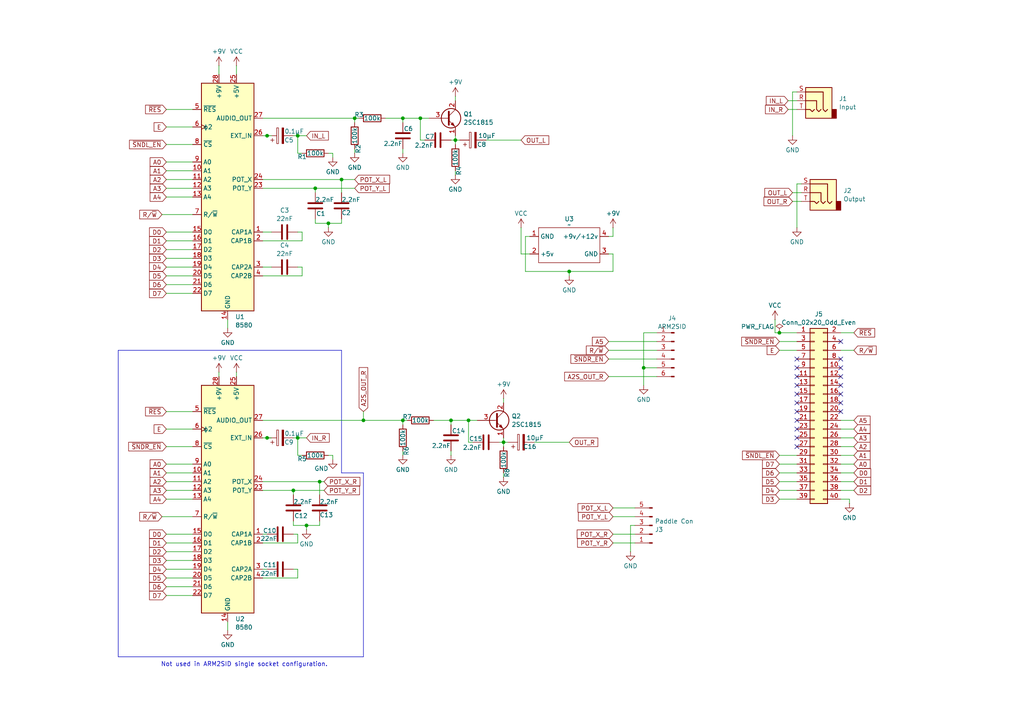
<source format=kicad_sch>
(kicad_sch (version 20231120) (generator "eeschema") (generator_version "8.0")
  (paper "A4")
  (title_block (title "Audio Expansion Bord") (date "2024-06-30") (rev "A0") (company "Sperly Retro Electronics") (comment 9 "Routed By Eric Lind"))
  (lib_symbols
    (symbol "65xx-library:8580"
      (property "Reference" "U" (at 5.08 38.1 0))
      (property "Value" "8580" (at 5.08 35.56 0))
      (symbol "8580_1_1"
        (pin passive line (at 10.16 -10.16 180) (length 2.54) (name "CAP1A") (number "1"))
        (pin input line (at -10.16 7.62 0) (length 2.54) (name "A1") (number "10"))
        (pin input line (at -10.16 5.08 0) (length 2.54) (name "A2") (number "11"))
        (pin input line (at -10.16 2.54 0) (length 2.54) (name "A3") (number "12"))
        (pin input line (at -10.16 0 0) (length 2.54) (name "A4") (number "13"))
        (pin power_in line (at 0 -35.56 90) (length 2.54) (name "GND") (number "14"))
        (pin bidirectional line (at -10.16 -10.16 0) (length 2.54) (name "D0") (number "15"))
        (pin bidirectional line (at -10.16 -12.7 0) (length 2.54) (name "D1") (number "16"))
        (pin bidirectional line (at -10.16 -15.24 0) (length 2.54) (name "D2") (number "17"))
        (pin bidirectional line (at -10.16 -17.78 0) (length 2.54) (name "D3") (number "18"))
        (pin bidirectional line (at -10.16 -20.32 0) (length 2.54) (name "D4") (number "19"))
        (pin passive line (at 10.16 -12.7 180) (length 2.54) (name "CAP1B") (number "2"))
        (pin bidirectional line (at -10.16 -22.86 0) (length 2.54) (name "D5") (number "20"))
        (pin bidirectional line (at -10.16 -25.4 0) (length 2.54) (name "D6") (number "21"))
        (pin bidirectional line (at -10.16 -27.94 0) (length 2.54) (name "D7") (number "22"))
        (pin input line (at 10.16 2.54 180) (length 2.54) (name "POT_Y") (number "23"))
        (pin input line (at 10.16 5.08 180) (length 2.54) (name "POT_X") (number "24"))
        (pin power_in line (at 2.54 35.56 270) (length 2.54) (name "+5V") (number "25"))
        (pin input line (at 10.16 17.78 180) (length 2.54) (name "EXT_IN") (number "26"))
        (pin output line (at 10.16 22.86 180) (length 2.54) (name "AUDIO_OUT") (number "27"))
        (pin power_in line (at -2.54 35.56 270) (length 2.54) (name "+9V") (number "28"))
        (pin passive line (at 10.16 -20.32 180) (length 2.54) (name "CAP2A") (number "3"))
        (pin passive line (at 10.16 -22.86 180) (length 2.54) (name "CAP2B") (number "4"))
        (pin input line (at -10.16 25.4 0) (length 2.54) (name "~{RES}") (number "5"))
        (pin input clock (at -10.16 20.32 0) (length 2.54) (name "ϕ2") (number "6"))
        (pin input line (at -10.16 -5.08 0) (length 2.54) (name "R/~{W}") (number "7"))
        (pin input line (at -10.16 15.24 0) (length 2.54) (name "~{CS}") (number "8"))
        (pin input line (at -10.16 10.16 0) (length 2.54) (name "A0") (number "9"))
      )
    )
    (symbol "Connector:Conn_01x05_Pin" (pin_names (offset 1.016) hide)
      (property "Reference" "J" (at 0 7.62 0))
      (property "Value" "Conn_01x05_Pin" (at 0 -7.62 0))
      (symbol "Conn_01x05_Pin_1_1"
        (pin passive line (at 5.08 5.08 180) (length 3.81) (name "Pin_1") (number "1"))
        (pin passive line (at 5.08 2.54 180) (length 3.81) (name "Pin_2") (number "2"))
        (pin passive line (at 5.08 0 180) (length 3.81) (name "Pin_3") (number "3"))
        (pin passive line (at 5.08 -2.54 180) (length 3.81) (name "Pin_4") (number "4"))
        (pin passive line (at 5.08 -5.08 180) (length 3.81) (name "Pin_5") (number "5"))
      )
    )
    (symbol "Connector:Conn_01x06_Pin" (pin_names (offset 1.016) hide)
      (property "Reference" "J" (at 0 7.62 0))
      (property "Value" "Conn_01x06_Pin" (at 0 -10.16 0))
      (symbol "Conn_01x06_Pin_1_1"
        (pin passive line (at 5.08 5.08 180) (length 3.81) (name "Pin_1") (number "1"))
        (pin passive line (at 5.08 2.54 180) (length 3.81) (name "Pin_2") (number "2"))
        (pin passive line (at 5.08 0 180) (length 3.81) (name "Pin_3") (number "3"))
        (pin passive line (at 5.08 -2.54 180) (length 3.81) (name "Pin_4") (number "4"))
        (pin passive line (at 5.08 -5.08 180) (length 3.81) (name "Pin_5") (number "5"))
        (pin passive line (at 5.08 -7.62 180) (length 3.81) (name "Pin_6") (number "6"))
      )
    )
    (symbol "Connector_Audio:AudioJack3"
      (property "Reference" "J" (at 0 8.89 0))
      (property "Value" "AudioJack3" (at 0 6.35 0))
      (symbol "AudioJack3_1_1"
        (pin passive line (at 5.08 0 180) (length 2.54) (name "~") (number "R"))
        (pin passive line (at 5.08 2.54 180) (length 2.54) (name "~") (number "S"))
        (pin passive line (at 5.08 -2.54 180) (length 2.54) (name "~") (number "T"))
      )
    )
    (symbol "Connector_Generic:Conn_02x20_Odd_Even" (pin_names (offset 1.016) hide)
      (property "Reference" "J" (at 1.27 25.4 0))
      (property "Value" "Conn_02x20_Odd_Even" (at 1.27 -27.94 0))
      (symbol "Conn_02x20_Odd_Even_1_1"
        (pin passive line (at -5.08 22.86 0) (length 3.81) (name "Pin_1") (number "1"))
        (pin passive line (at 7.62 12.7 180) (length 3.81) (name "Pin_10") (number "10"))
        (pin passive line (at -5.08 10.16 0) (length 3.81) (name "Pin_11") (number "11"))
        (pin passive line (at 7.62 10.16 180) (length 3.81) (name "Pin_12") (number "12"))
        (pin passive line (at -5.08 7.62 0) (length 3.81) (name "Pin_13") (number "13"))
        (pin passive line (at 7.62 7.62 180) (length 3.81) (name "Pin_14") (number "14"))
        (pin passive line (at -5.08 5.08 0) (length 3.81) (name "Pin_15") (number "15"))
        (pin passive line (at 7.62 5.08 180) (length 3.81) (name "Pin_16") (number "16"))
        (pin passive line (at -5.08 2.54 0) (length 3.81) (name "Pin_17") (number "17"))
        (pin passive line (at 7.62 2.54 180) (length 3.81) (name "Pin_18") (number "18"))
        (pin passive line (at -5.08 0 0) (length 3.81) (name "Pin_19") (number "19"))
        (pin passive line (at 7.62 22.86 180) (length 3.81) (name "Pin_2") (number "2"))
        (pin passive line (at 7.62 0 180) (length 3.81) (name "Pin_20") (number "20"))
        (pin passive line (at -5.08 -2.54 0) (length 3.81) (name "Pin_21") (number "21"))
        (pin passive line (at 7.62 -2.54 180) (length 3.81) (name "Pin_22") (number "22"))
        (pin passive line (at -5.08 -5.08 0) (length 3.81) (name "Pin_23") (number "23"))
        (pin passive line (at 7.62 -5.08 180) (length 3.81) (name "Pin_24") (number "24"))
        (pin passive line (at -5.08 -7.62 0) (length 3.81) (name "Pin_25") (number "25"))
        (pin passive line (at 7.62 -7.62 180) (length 3.81) (name "Pin_26") (number "26"))
        (pin passive line (at -5.08 -10.16 0) (length 3.81) (name "Pin_27") (number "27"))
        (pin passive line (at 7.62 -10.16 180) (length 3.81) (name "Pin_28") (number "28"))
        (pin passive line (at -5.08 -12.7 0) (length 3.81) (name "Pin_29") (number "29"))
        (pin passive line (at -5.08 20.32 0) (length 3.81) (name "Pin_3") (number "3"))
        (pin passive line (at 7.62 -12.7 180) (length 3.81) (name "Pin_30") (number "30"))
        (pin passive line (at -5.08 -15.24 0) (length 3.81) (name "Pin_31") (number "31"))
        (pin passive line (at 7.62 -15.24 180) (length 3.81) (name "Pin_32") (number "32"))
        (pin passive line (at -5.08 -17.78 0) (length 3.81) (name "Pin_33") (number "33"))
        (pin passive line (at 7.62 -17.78 180) (length 3.81) (name "Pin_34") (number "34"))
        (pin passive line (at -5.08 -20.32 0) (length 3.81) (name "Pin_35") (number "35"))
        (pin passive line (at 7.62 -20.32 180) (length 3.81) (name "Pin_36") (number "36"))
        (pin passive line (at -5.08 -22.86 0) (length 3.81) (name "Pin_37") (number "37"))
        (pin passive line (at 7.62 -22.86 180) (length 3.81) (name "Pin_38") (number "38"))
        (pin passive line (at -5.08 -25.4 0) (length 3.81) (name "Pin_39") (number "39"))
        (pin passive line (at 7.62 20.32 180) (length 3.81) (name "Pin_4") (number "4"))
        (pin passive line (at 7.62 -25.4 180) (length 3.81) (name "Pin_40") (number "40"))
        (pin passive line (at -5.08 17.78 0) (length 3.81) (name "Pin_5") (number "5"))
        (pin passive line (at 7.62 17.78 180) (length 3.81) (name "Pin_6") (number "6"))
        (pin passive line (at -5.08 15.24 0) (length 3.81) (name "Pin_7") (number "7"))
        (pin passive line (at 7.62 15.24 180) (length 3.81) (name "Pin_8") (number "8"))
        (pin passive line (at -5.08 12.7 0) (length 3.81) (name "Pin_9") (number "9"))
      )
    )
    (symbol "Device:C" (pin_numbers hide) (pin_names (offset 0.254))
      (property "Reference" "C" (at 0.635 2.54 0))
      (property "Value" "C" (at 0.635 -2.54 0))
      (symbol "C_1_1"
        (pin passive line (at 0 3.81 270) (length 2.794) (name "~") (number "1"))
        (pin passive line (at 0 -3.81 90) (length 2.794) (name "~") (number "2"))
      )
    )
    (symbol "Device:C_Polarized" (pin_numbers hide) (pin_names (offset 0.254))
      (property "Reference" "C" (at 0.635 2.54 0))
      (property "Value" "C_Polarized" (at 0.635 -2.54 0))
      (symbol "C_Polarized_1_1"
        (pin passive line (at 0 3.81 270) (length 2.794) (name "~") (number "1"))
        (pin passive line (at 0 -3.81 90) (length 2.794) (name "~") (number "2"))
      )
    )
    (symbol "Device:R" (pin_numbers hide) (pin_names (offset 0))
      (property "Reference" "R" (at 2.032 0 90))
      (property "Value" "R" (at 0 0 90))
      (symbol "R_1_1"
        (pin passive line (at 0 3.81 270) (length 1.27) (name "~") (number "1"))
        (pin passive line (at 0 -3.81 90) (length 1.27) (name "~") (number "2"))
      )
    )
    (symbol "StepUp:StepupConverter"
      (property "Reference" "U3" (at 0 17.7715 0))
      (property "Value" "~" (at 0 16.0901 0))
      (symbol "StepupConverter_1_1"
        (pin power_in line (at -11.43 12.7 0) (length 2.54) (name "GND") (number "1"))
        (pin power_in line (at -11.43 7.62 0) (length 2.54) (name "+5v") (number "2"))
        (pin power_out line (at 11.43 7.62 180) (length 2.54) (name "GND") (number "3"))
        (pin power_out line (at 11.43 12.7 180) (length 2.54) (name "+9v/+12v") (number "4"))
      )
    )
    (symbol "Transistor_BJT:2SC1815" (pin_names (offset 0) hide)
      (property "Reference" "Q" (at 5.08 1.905 0))
      (property "Value" "2SC1815" (at 5.08 0 0))
      (symbol "2SC1815_1_1"
        (pin passive line (at 2.54 -5.08 90) (length 2.54) (name "E") (number "1"))
        (pin passive line (at 2.54 5.08 270) (length 2.54) (name "C") (number "2"))
        (pin input line (at -5.08 0 0) (length 5.08) (name "B") (number "3"))
      )
    )
    (symbol "power:+9V" (power) (pin_numbers hide) (pin_names (offset 0) hide)
      (property "Value" "+9V" (at 0 3.556 0))
      (symbol "+9V_1_1"
        (pin power_in line (at 0 0 90) (length 0) (name "~") (number "1"))
      )
    )
    (symbol "power:GND" (power) (pin_numbers hide) (pin_names (offset 0) hide)
      (property "Value" "GND" (at 0 -3.81 0))
      (symbol "GND_1_1"
        (pin power_in line (at 0 0 270) (length 0) (name "~") (number "1"))
      )
    )
    (symbol "power:PWR_FLAG" (power) (pin_numbers hide) (pin_names (offset 0) hide)
      (property "Value" "PWR_FLAG" (at 0 3.81 0))
      (symbol "PWR_FLAG_0_0"
        (pin power_out line (at 0 0 90) (length 0) (name "~") (number "1"))
      )
    )
    (symbol "power:VCC" (power) (pin_numbers hide) (pin_names (offset 0) hide)
      (property "Value" "VCC" (at 0 3.556 0))
      (symbol "VCC_1_1"
        (pin power_in line (at 0 0 90) (length 0) (name "~") (number "1"))
      )
    )
  )
  (junction (at 99.06 52.07))
  (junction (at 132.08 40.64))
  (junction (at 186.69 106.68))
  (junction (at 77.47 127))
  (junction (at 88.9 152.4))
  (junction (at 92.71 139.7))
  (junction (at 121.92 34.29))
  (junction (at 165.1 78.74))
  (junction (at 91.44 54.61))
  (junction (at 130.81 121.92))
  (junction (at 135.89 121.92))
  (junction (at 146.05 128.27))
  (junction (at 116.84 34.29))
  (junction (at 102.87 34.29))
  (junction (at 86.36 127))
  (junction (at 77.47 39.37))
  (junction (at 95.25 64.77))
  (junction (at 105.41 121.92))
  (junction (at 116.84 121.92))
  (junction (at 85.09 142.24))
  (junction (at 226.06 96.52))
  (junction (at 86.36 39.37))
  (no_connect (at 231.14 121.92))
  (no_connect (at 243.84 119.38))
  (no_connect (at 231.14 119.38))
  (no_connect (at 243.84 114.3))
  (no_connect (at 243.84 99.06))
  (no_connect (at 231.14 104.14))
  (no_connect (at 231.14 111.76))
  (no_connect (at 243.84 109.22))
  (no_connect (at 243.84 106.68))
  (no_connect (at 231.14 116.84))
  (no_connect (at 231.14 129.54))
  (no_connect (at 231.14 114.3))
  (no_connect (at 243.84 111.76))
  (no_connect (at 231.14 109.22))
  (no_connect (at 243.84 116.84))
  (no_connect (at 231.14 124.46))
  (no_connect (at 243.84 104.14))
  (no_connect (at 231.14 127))
  (no_connect (at 231.14 106.68))
  (wire (pts (xy 130.81 121.92) (xy 130.81 123.19)))
  (wire (pts (xy 85.09 39.37) (xy 86.36 39.37)))
  (wire (pts (xy 76.2 34.29) (xy 102.87 34.29)))
  (wire (pts (xy 95.25 64.77) (xy 99.06 64.77)))
  (wire (pts (xy 226.06 139.7) (xy 231.14 139.7)))
  (wire (pts (xy 132.08 40.64) (xy 133.35 40.64)))
  (wire (pts (xy 176.53 104.14) (xy 190.5 104.14)))
  (wire (pts (xy 96.52 44.45) (xy 96.52 45.72)))
  (wire (pts (xy 48.26 52.07) (xy 55.88 52.07)))
  (wire (pts (xy 228.6 29.21) (xy 231.14 29.21)))
  (wire (pts (xy 137.16 128.27) (xy 135.89 128.27)))
  (wire (pts (xy 48.26 124.46) (xy 55.88 124.46)))
  (wire (pts (xy 48.26 67.31) (xy 55.88 67.31)))
  (wire (pts (xy 48.26 129.54) (xy 55.88 129.54)))
  (wire (pts (xy 182.88 152.4) (xy 182.88 160.02)))
  (wire (pts (xy 105.41 121.92) (xy 116.84 121.92)))
  (wire (pts (xy 111.76 34.29) (xy 116.84 34.29)))
  (wire (pts (xy 243.84 137.16) (xy 247.65 137.16)))
  (wire (pts (xy 232.41 53.34) (xy 231.14 53.34)))
  (wire (pts (xy 243.84 124.46) (xy 247.65 124.46)))
  (wire (pts (xy 91.44 63.5) (xy 91.44 64.77)))
  (wire (pts (xy 66.04 92.71) (xy 66.04 95.25)))
  (wire (pts (xy 48.26 74.93) (xy 55.88 74.93)))
  (wire (pts (xy 165.1 78.74) (xy 165.1 80.01)))
  (wire (pts (xy 76.2 54.61) (xy 91.44 54.61)))
  (wire (pts (xy 99.06 63.5) (xy 99.06 64.77)))
  (wire (pts (xy 66.04 180.34) (xy 66.04 182.88)))
  (wire (pts (xy 226.06 142.24) (xy 231.14 142.24)))
  (polyline (pts (xy 34.29 101.6) (xy 99.06 101.6)))
  (wire (pts (xy 95.25 132.08) (xy 96.52 132.08)))
  (wire (pts (xy 48.26 137.16) (xy 55.88 137.16)))
  (wire (pts (xy 76.2 39.37) (xy 77.47 39.37)))
  (wire (pts (xy 146.05 128.27) (xy 146.05 129.54)))
  (wire (pts (xy 121.92 40.64) (xy 121.92 34.29)))
  (wire (pts (xy 104.14 34.29) (xy 102.87 34.29)))
  (wire (pts (xy 76.2 139.7) (xy 92.71 139.7)))
  (wire (pts (xy 243.84 121.92) (xy 247.65 121.92)))
  (wire (pts (xy 48.26 31.75) (xy 55.88 31.75)))
  (wire (pts (xy 229.87 26.67) (xy 229.87 39.37)))
  (wire (pts (xy 48.26 72.39) (xy 55.88 72.39)))
  (polyline (pts (xy 99.06 137.16) (xy 99.06 101.6)))
  (wire (pts (xy 243.84 127) (xy 247.65 127)))
  (wire (pts (xy 76.2 127) (xy 77.47 127)))
  (wire (pts (xy 46.99 62.23) (xy 55.88 62.23)))
  (wire (pts (xy 226.06 96.52) (xy 224.79 96.52)))
  (wire (pts (xy 86.36 167.64) (xy 76.2 167.64)))
  (wire (pts (xy 229.87 58.42) (xy 232.41 58.42)))
  (wire (pts (xy 121.92 34.29) (xy 124.46 34.29)))
  (wire (pts (xy 146.05 115.57) (xy 146.05 116.84)))
  (wire (pts (xy 87.63 67.31) (xy 87.63 69.85)))
  (wire (pts (xy 146.05 128.27) (xy 147.32 128.27)))
  (wire (pts (xy 48.26 82.55) (xy 55.88 82.55)))
  (wire (pts (xy 231.14 26.67) (xy 229.87 26.67)))
  (wire (pts (xy 140.97 40.64) (xy 151.13 40.64)))
  (wire (pts (xy 92.71 151.13) (xy 92.71 152.4)))
  (wire (pts (xy 48.26 85.09) (xy 55.88 85.09)))
  (wire (pts (xy 76.2 69.85) (xy 87.63 69.85)))
  (wire (pts (xy 48.26 41.91) (xy 55.88 41.91)))
  (wire (pts (xy 48.26 69.85) (xy 55.88 69.85)))
  (wire (pts (xy 176.53 101.6) (xy 190.5 101.6)))
  (wire (pts (xy 152.4 68.58) (xy 152.4 78.74)))
  (wire (pts (xy 152.4 78.74) (xy 165.1 78.74)))
  (wire (pts (xy 48.26 165.1) (xy 55.88 165.1)))
  (wire (pts (xy 48.26 144.78) (xy 55.88 144.78)))
  (wire (pts (xy 48.26 134.62) (xy 55.88 134.62)))
  (wire (pts (xy 77.47 127) (xy 78.74 127)))
  (polyline (pts (xy 105.41 137.16) (xy 99.06 137.16)))
  (wire (pts (xy 48.26 157.48) (xy 55.88 157.48)))
  (wire (pts (xy 76.2 142.24) (xy 85.09 142.24)))
  (wire (pts (xy 92.71 139.7) (xy 93.98 139.7)))
  (wire (pts (xy 48.26 49.53) (xy 55.88 49.53)))
  (wire (pts (xy 229.87 55.88) (xy 232.41 55.88)))
  (wire (pts (xy 48.26 142.24) (xy 55.88 142.24)))
  (wire (pts (xy 48.26 154.94) (xy 55.88 154.94)))
  (wire (pts (xy 246.38 144.78) (xy 246.38 146.05)))
  (wire (pts (xy 85.09 142.24) (xy 93.98 142.24)))
  (wire (pts (xy 132.08 40.64) (xy 132.08 41.91)))
  (wire (pts (xy 177.8 78.74) (xy 165.1 78.74)))
  (wire (pts (xy 48.26 119.38) (xy 55.88 119.38)))
  (wire (pts (xy 176.53 109.22) (xy 190.5 109.22)))
  (wire (pts (xy 92.71 139.7) (xy 92.71 143.51)))
  (wire (pts (xy 63.5 19.05) (xy 63.5 21.59)))
  (wire (pts (xy 176.53 99.06) (xy 190.5 99.06)))
  (wire (pts (xy 116.84 130.81) (xy 116.84 132.08)))
  (wire (pts (xy 132.08 49.53) (xy 132.08 50.8)))
  (wire (pts (xy 46.99 149.86) (xy 55.88 149.86)))
  (wire (pts (xy 190.5 106.68) (xy 186.69 106.68)))
  (wire (pts (xy 96.52 132.08) (xy 96.52 133.35)))
  (wire (pts (xy 243.84 101.6) (xy 247.65 101.6)))
  (wire (pts (xy 99.06 52.07) (xy 99.06 55.88)))
  (wire (pts (xy 186.69 106.68) (xy 186.69 111.76)))
  (wire (pts (xy 91.44 64.77) (xy 95.25 64.77)))
  (wire (pts (xy 116.84 34.29) (xy 116.84 35.56)))
  (wire (pts (xy 85.09 142.24) (xy 85.09 143.51)))
  (wire (pts (xy 102.87 43.18) (xy 102.87 44.45)))
  (polyline (pts (xy 34.29 101.6) (xy 34.29 190.5)))
  (wire (pts (xy 87.63 80.01) (xy 76.2 80.01)))
  (wire (pts (xy 95.25 44.45) (xy 96.52 44.45)))
  (wire (pts (xy 85.09 152.4) (xy 88.9 152.4)))
  (wire (pts (xy 125.73 121.92) (xy 130.81 121.92)))
  (wire (pts (xy 243.84 129.54) (xy 247.65 129.54)))
  (wire (pts (xy 48.26 54.61) (xy 55.88 54.61)))
  (wire (pts (xy 48.26 46.99) (xy 55.88 46.99)))
  (wire (pts (xy 130.81 40.64) (xy 132.08 40.64)))
  (wire (pts (xy 85.09 154.94) (xy 86.36 154.94)))
  (wire (pts (xy 184.15 152.4) (xy 182.88 152.4)))
  (wire (pts (xy 76.2 157.48) (xy 86.36 157.48)))
  (wire (pts (xy 177.8 149.86) (xy 184.15 149.86)))
  (wire (pts (xy 48.26 139.7) (xy 55.88 139.7)))
  (wire (pts (xy 226.06 137.16) (xy 231.14 137.16)))
  (wire (pts (xy 116.84 121.92) (xy 116.84 123.19)))
  (wire (pts (xy 95.25 64.77) (xy 95.25 66.04)))
  (wire (pts (xy 48.26 167.64) (xy 55.88 167.64)))
  (wire (pts (xy 91.44 54.61) (xy 102.87 54.61)))
  (wire (pts (xy 226.06 134.62) (xy 231.14 134.62)))
  (wire (pts (xy 177.8 154.94) (xy 184.15 154.94)))
  (wire (pts (xy 76.2 121.92) (xy 105.41 121.92)))
  (wire (pts (xy 116.84 34.29) (xy 121.92 34.29)))
  (wire (pts (xy 146.05 127) (xy 146.05 128.27)))
  (wire (pts (xy 226.06 144.78) (xy 231.14 144.78)))
  (wire (pts (xy 177.8 147.32) (xy 184.15 147.32)))
  (wire (pts (xy 226.06 99.06) (xy 231.14 99.06)))
  (wire (pts (xy 48.26 170.18) (xy 55.88 170.18)))
  (wire (pts (xy 151.13 73.66) (xy 151.13 66.04)))
  (wire (pts (xy 48.26 172.72) (xy 55.88 172.72)))
  (wire (pts (xy 88.9 152.4) (xy 92.71 152.4)))
  (wire (pts (xy 177.8 73.66) (xy 177.8 78.74)))
  (wire (pts (xy 68.58 19.05) (xy 68.58 21.59)))
  (wire (pts (xy 105.41 119.38) (xy 105.41 121.92)))
  (wire (pts (xy 243.84 139.7) (xy 247.65 139.7)))
  (wire (pts (xy 243.84 134.62) (xy 247.65 134.62)))
  (wire (pts (xy 118.11 121.92) (xy 116.84 121.92)))
  (wire (pts (xy 77.47 39.37) (xy 78.74 39.37)))
  (wire (pts (xy 243.84 96.52) (xy 247.65 96.52)))
  (wire (pts (xy 146.05 137.16) (xy 146.05 138.43)))
  (wire (pts (xy 86.36 165.1) (xy 86.36 167.64)))
  (wire (pts (xy 76.2 67.31) (xy 78.74 67.31)))
  (wire (pts (xy 88.9 152.4) (xy 88.9 153.67)))
  (wire (pts (xy 228.6 31.75) (xy 231.14 31.75)))
  (wire (pts (xy 176.53 68.58) (xy 177.8 68.58)))
  (wire (pts (xy 243.84 142.24) (xy 247.65 142.24)))
  (wire (pts (xy 243.84 132.08) (xy 247.65 132.08)))
  (wire (pts (xy 87.63 132.08) (xy 86.36 132.08)))
  (wire (pts (xy 132.08 27.94) (xy 132.08 29.21)))
  (wire (pts (xy 76.2 52.07) (xy 99.06 52.07)))
  (wire (pts (xy 48.26 57.15) (xy 55.88 57.15)))
  (wire (pts (xy 135.89 128.27) (xy 135.89 121.92)))
  (wire (pts (xy 86.36 44.45) (xy 86.36 39.37)))
  (wire (pts (xy 123.19 40.64) (xy 121.92 40.64)))
  (polyline (pts (xy 105.41 190.5) (xy 105.41 137.16)))
  (wire (pts (xy 176.53 73.66) (xy 177.8 73.66)))
  (wire (pts (xy 48.26 160.02) (xy 55.88 160.02)))
  (wire (pts (xy 91.44 54.61) (xy 91.44 55.88)))
  (wire (pts (xy 86.36 165.1) (xy 85.09 165.1)))
  (wire (pts (xy 135.89 121.92) (xy 138.43 121.92)))
  (wire (pts (xy 86.36 127) (xy 88.9 127)))
  (wire (pts (xy 224.79 96.52) (xy 224.79 92.71)))
  (wire (pts (xy 86.36 77.47) (xy 87.63 77.47)))
  (wire (pts (xy 116.84 43.18) (xy 116.84 44.45)))
  (wire (pts (xy 76.2 165.1) (xy 77.47 165.1)))
  (wire (pts (xy 48.26 77.47) (xy 55.88 77.47)))
  (wire (pts (xy 85.09 127) (xy 86.36 127)))
  (wire (pts (xy 85.09 151.13) (xy 85.09 152.4)))
  (wire (pts (xy 48.26 162.56) (xy 55.88 162.56)))
  (wire (pts (xy 153.67 68.58) (xy 152.4 68.58)))
  (wire (pts (xy 87.63 77.47) (xy 87.63 80.01)))
  (wire (pts (xy 231.14 53.34) (xy 231.14 66.04)))
  (wire (pts (xy 48.26 36.83) (xy 55.88 36.83)))
  (wire (pts (xy 68.58 107.95) (xy 68.58 109.22)))
  (wire (pts (xy 226.06 132.08) (xy 231.14 132.08)))
  (wire (pts (xy 177.8 157.48) (xy 184.15 157.48)))
  (wire (pts (xy 87.63 44.45) (xy 86.36 44.45)))
  (wire (pts (xy 76.2 77.47) (xy 78.74 77.47)))
  (wire (pts (xy 86.36 67.31) (xy 87.63 67.31)))
  (wire (pts (xy 86.36 39.37) (xy 88.9 39.37)))
  (wire (pts (xy 130.81 121.92) (xy 135.89 121.92)))
  (wire (pts (xy 154.94 128.27) (xy 165.1 128.27)))
  (wire (pts (xy 86.36 154.94) (xy 86.36 157.48)))
  (wire (pts (xy 190.5 96.52) (xy 186.69 96.52)))
  (wire (pts (xy 102.87 34.29) (xy 102.87 35.56)))
  (wire (pts (xy 226.06 101.6) (xy 231.14 101.6)))
  (wire (pts (xy 99.06 52.07) (xy 102.87 52.07)))
  (wire (pts (xy 144.78 128.27) (xy 146.05 128.27)))
  (wire (pts (xy 177.8 68.58) (xy 177.8 66.04)))
  (wire (pts (xy 63.5 107.95) (xy 63.5 109.22)))
  (wire (pts (xy 130.81 130.81) (xy 130.81 132.08)))
  (wire (pts (xy 186.69 96.52) (xy 186.69 106.68)))
  (wire (pts (xy 231.14 96.52) (xy 226.06 96.52)))
  (wire (pts (xy 132.08 39.37) (xy 132.08 40.64)))
  (wire (pts (xy 48.26 80.01) (xy 55.88 80.01)))
  (wire (pts (xy 76.2 154.94) (xy 77.47 154.94)))
  (polyline (pts (xy 34.29 190.5) (xy 105.41 190.5)))
  (wire (pts (xy 86.36 132.08) (xy 86.36 127)))
  (wire (pts (xy 243.84 144.78) (xy 246.38 144.78)))
  (wire (pts (xy 153.67 73.66) (xy 151.13 73.66)))
  (text "Not used in ARM2SID single socket configuration." (at 70.866 192.786 0) (effects (font (size 1.27 1.27))))
  (global_label "IN_L" (shape input) (at 88.9 39.37 0) (property "Intersheetrefs" "${INTERSHEET_REFS}" (effects (hide yes))))
  (global_label "E" (shape input) (at 48.26 36.83 180) (property "Intersheetrefs" "${INTERSHEET_REFS}" (effects (hide yes))))
  (global_label "OUT_R" (shape input) (at 229.87 58.42 180) (property "Intersheetrefs" "${INTERSHEET_REFS}" (effects (hide yes))))
  (global_label "~{RES}" (shape input) (at 48.26 119.38 180) (property "Intersheetrefs" "${INTERSHEET_REFS}" (effects (hide yes))))
  (global_label "A2S_OUT_R" (shape input) (at 105.41 119.38 90) (property "Intersheetrefs" "${INTERSHEET_REFS}" (effects (hide yes))))
  (global_label "IN_R" (shape input) (at 88.9 127 0) (property "Intersheetrefs" "${INTERSHEET_REFS}" (effects (hide yes))))
  (global_label "D1" (shape input) (at 247.65 139.7 0) (property "Intersheetrefs" "${INTERSHEET_REFS}" (effects (hide yes))))
  (global_label "D7" (shape input) (at 48.26 172.72 180) (property "Intersheetrefs" "${INTERSHEET_REFS}" (effects (hide yes))))
  (global_label "D3" (shape input) (at 226.06 144.78 180) (property "Intersheetrefs" "${INTERSHEET_REFS}" (effects (hide yes))))
  (global_label "A0" (shape input) (at 247.65 134.62 0) (property "Intersheetrefs" "${INTERSHEET_REFS}" (effects (hide yes))))
  (global_label "IN_R" (shape input) (at 228.6 31.75 180) (property "Intersheetrefs" "${INTERSHEET_REFS}" (effects (hide yes))))
  (global_label "D3" (shape input) (at 48.26 74.93 180) (property "Intersheetrefs" "${INTERSHEET_REFS}" (effects (hide yes))))
  (global_label "A2" (shape input) (at 48.26 139.7 180) (property "Intersheetrefs" "${INTERSHEET_REFS}" (effects (hide yes))))
  (global_label "E" (shape input) (at 48.26 124.46 180) (property "Intersheetrefs" "${INTERSHEET_REFS}" (effects (hide yes))))
  (global_label "~{SNDL_EN}" (shape input) (at 226.06 132.08 180) (property "Intersheetrefs" "${INTERSHEET_REFS}" (effects (hide yes))))
  (global_label "D5" (shape input) (at 48.26 167.64 180) (property "Intersheetrefs" "${INTERSHEET_REFS}" (effects (hide yes))))
  (global_label "A5" (shape input) (at 176.53 99.06 180) (property "Intersheetrefs" "${INTERSHEET_REFS}" (effects (hide yes))))
  (global_label "D7" (shape input) (at 48.26 85.09 180) (property "Intersheetrefs" "${INTERSHEET_REFS}" (effects (hide yes))))
  (global_label "IN_L" (shape input) (at 228.6 29.21 180) (property "Intersheetrefs" "${INTERSHEET_REFS}" (effects (hide yes))))
  (global_label "A5" (shape input) (at 247.65 121.92 0) (property "Intersheetrefs" "${INTERSHEET_REFS}" (effects (hide yes))))
  (global_label "~{RES}" (shape input) (at 48.26 31.75 180) (property "Intersheetrefs" "${INTERSHEET_REFS}" (effects (hide yes))))
  (global_label "D5" (shape input) (at 226.06 139.7 180) (property "Intersheetrefs" "${INTERSHEET_REFS}" (effects (hide yes))))
  (global_label "~{SNDL_EN}" (shape input) (at 48.26 41.91 180) (property "Intersheetrefs" "${INTERSHEET_REFS}" (effects (hide yes))))
  (global_label "D2" (shape input) (at 247.65 142.24 0) (property "Intersheetrefs" "${INTERSHEET_REFS}" (effects (hide yes))))
  (global_label "A1" (shape input) (at 247.65 132.08 0) (property "Intersheetrefs" "${INTERSHEET_REFS}" (effects (hide yes))))
  (global_label "POT_X_L" (shape input) (at 102.87 52.07 0) (property "Intersheetrefs" "${INTERSHEET_REFS}" (effects (hide yes))))
  (global_label "D2" (shape input) (at 48.26 72.39 180) (property "Intersheetrefs" "${INTERSHEET_REFS}" (effects (hide yes))))
  (global_label "A2" (shape input) (at 48.26 52.07 180) (property "Intersheetrefs" "${INTERSHEET_REFS}" (effects (hide yes))))
  (global_label "R{slash}~{W}" (shape input) (at 46.99 149.86 180) (property "Intersheetrefs" "${INTERSHEET_REFS}" (effects (hide yes))))
  (global_label "A3" (shape input) (at 48.26 142.24 180) (property "Intersheetrefs" "${INTERSHEET_REFS}" (effects (hide yes))))
  (global_label "~{SNDR_EN}" (shape input) (at 226.06 99.06 180) (property "Intersheetrefs" "${INTERSHEET_REFS}" (effects (hide yes))))
  (global_label "A4" (shape input) (at 48.26 144.78 180) (property "Intersheetrefs" "${INTERSHEET_REFS}" (effects (hide yes))))
  (global_label "A0" (shape input) (at 48.26 134.62 180) (property "Intersheetrefs" "${INTERSHEET_REFS}" (effects (hide yes))))
  (global_label "OUT_L" (shape input) (at 151.13 40.64 0) (property "Intersheetrefs" "${INTERSHEET_REFS}" (effects (hide yes))))
  (global_label "A4" (shape input) (at 247.65 124.46 0) (property "Intersheetrefs" "${INTERSHEET_REFS}" (effects (hide yes))))
  (global_label "OUT_L" (shape input) (at 229.87 55.88 180) (property "Intersheetrefs" "${INTERSHEET_REFS}" (effects (hide yes))))
  (global_label "OUT_R" (shape input) (at 165.1 128.27 0) (property "Intersheetrefs" "${INTERSHEET_REFS}" (effects (hide yes))))
  (global_label "~{RES}" (shape input) (at 247.65 96.52 0) (property "Intersheetrefs" "${INTERSHEET_REFS}" (effects (hide yes))))
  (global_label "POT_Y_L" (shape input) (at 177.8 149.86 180) (property "Intersheetrefs" "${INTERSHEET_REFS}" (effects (hide yes))))
  (global_label "A2S_OUT_R" (shape input) (at 176.53 109.22 180) (property "Intersheetrefs" "${INTERSHEET_REFS}" (effects (hide yes))))
  (global_label "D6" (shape input) (at 226.06 137.16 180) (property "Intersheetrefs" "${INTERSHEET_REFS}" (effects (hide yes))))
  (global_label "A1" (shape input) (at 48.26 137.16 180) (property "Intersheetrefs" "${INTERSHEET_REFS}" (effects (hide yes))))
  (global_label "D5" (shape input) (at 48.26 80.01 180) (property "Intersheetrefs" "${INTERSHEET_REFS}" (effects (hide yes))))
  (global_label "D2" (shape input) (at 48.26 160.02 180) (property "Intersheetrefs" "${INTERSHEET_REFS}" (effects (hide yes))))
  (global_label "POT_X_L" (shape input) (at 177.8 147.32 180) (property "Intersheetrefs" "${INTERSHEET_REFS}" (effects (hide yes))))
  (global_label "A1" (shape input) (at 48.26 49.53 180) (property "Intersheetrefs" "${INTERSHEET_REFS}" (effects (hide yes))))
  (global_label "D1" (shape input) (at 48.26 157.48 180) (property "Intersheetrefs" "${INTERSHEET_REFS}" (effects (hide yes))))
  (global_label "D4" (shape input) (at 226.06 142.24 180) (property "Intersheetrefs" "${INTERSHEET_REFS}" (effects (hide yes))))
  (global_label "POT_Y_R" (shape input) (at 177.8 157.48 180) (property "Intersheetrefs" "${INTERSHEET_REFS}" (effects (hide yes))))
  (global_label "A3" (shape input) (at 247.65 127 0) (property "Intersheetrefs" "${INTERSHEET_REFS}" (effects (hide yes))))
  (global_label "POT_X_R" (shape input) (at 93.98 139.7 0) (property "Intersheetrefs" "${INTERSHEET_REFS}" (effects (hide yes))))
  (global_label "D0" (shape input) (at 48.26 154.94 180) (property "Intersheetrefs" "${INTERSHEET_REFS}" (effects (hide yes))))
  (global_label "D3" (shape input) (at 48.26 162.56 180) (property "Intersheetrefs" "${INTERSHEET_REFS}" (effects (hide yes))))
  (global_label "D4" (shape input) (at 48.26 165.1 180) (property "Intersheetrefs" "${INTERSHEET_REFS}" (effects (hide yes))))
  (global_label "D6" (shape input) (at 48.26 170.18 180) (property "Intersheetrefs" "${INTERSHEET_REFS}" (effects (hide yes))))
  (global_label "R{slash}~{W}" (shape input) (at 46.99 62.23 180) (property "Intersheetrefs" "${INTERSHEET_REFS}" (effects (hide yes))))
  (global_label "D6" (shape input) (at 48.26 82.55 180) (property "Intersheetrefs" "${INTERSHEET_REFS}" (effects (hide yes))))
  (global_label "POT_Y_L" (shape input) (at 102.87 54.61 0) (property "Intersheetrefs" "${INTERSHEET_REFS}" (effects (hide yes))))
  (global_label "E" (shape input) (at 226.06 101.6 180) (property "Intersheetrefs" "${INTERSHEET_REFS}" (effects (hide yes))))
  (global_label "A2" (shape input) (at 247.65 129.54 0) (property "Intersheetrefs" "${INTERSHEET_REFS}" (effects (hide yes))))
  (global_label "POT_X_R" (shape input) (at 177.8 154.94 180) (property "Intersheetrefs" "${INTERSHEET_REFS}" (effects (hide yes))))
  (global_label "A4" (shape input) (at 48.26 57.15 180) (property "Intersheetrefs" "${INTERSHEET_REFS}" (effects (hide yes))))
  (global_label "R{slash}~{W}" (shape input) (at 247.65 101.6 0) (property "Intersheetrefs" "${INTERSHEET_REFS}" (effects (hide yes))))
  (global_label "D4" (shape input) (at 48.26 77.47 180) (property "Intersheetrefs" "${INTERSHEET_REFS}" (effects (hide yes))))
  (global_label "~{SNDR_EN}" (shape input) (at 176.53 104.14 180) (property "Intersheetrefs" "${INTERSHEET_REFS}" (effects (hide yes))))
  (global_label "D0" (shape input) (at 48.26 67.31 180) (property "Intersheetrefs" "${INTERSHEET_REFS}" (effects (hide yes))))
  (global_label "A3" (shape input) (at 48.26 54.61 180) (property "Intersheetrefs" "${INTERSHEET_REFS}" (effects (hide yes))))
  (global_label "D0" (shape input) (at 247.65 137.16 0) (property "Intersheetrefs" "${INTERSHEET_REFS}" (effects (hide yes))))
  (global_label "R{slash}~{W}" (shape input) (at 176.53 101.6 180) (property "Intersheetrefs" "${INTERSHEET_REFS}" (effects (hide yes))))
  (global_label "POT_Y_R" (shape input) (at 93.98 142.24 0) (property "Intersheetrefs" "${INTERSHEET_REFS}" (effects (hide yes))))
  (global_label "D7" (shape input) (at 226.06 134.62 180) (property "Intersheetrefs" "${INTERSHEET_REFS}" (effects (hide yes))))
  (global_label "D1" (shape input) (at 48.26 69.85 180) (property "Intersheetrefs" "${INTERSHEET_REFS}" (effects (hide yes))))
  (global_label "A0" (shape input) (at 48.26 46.99 180) (property "Intersheetrefs" "${INTERSHEET_REFS}" (effects (hide yes))))
  (global_label "~{SNDR_EN}" (shape input) (at 48.26 129.54 180) (property "Intersheetrefs" "${INTERSHEET_REFS}" (effects (hide yes))))
  (symbol (lib_id "power:GND") (at 116.84 44.45 0) (unit 1)
    (property "Reference" "#PWR08" (effects (hide yes)))
    (property "Value" "GND" (at 116.84 48.5831 0))
    (property "Description" "Power symbol creates a global label with name \"GND\" , ground" (effects (hide yes)))
  )
  (symbol (lib_id "Device:R") (at 121.92 121.92 90) (unit 1)
    (property "Reference" "R7" (at 118.11 120.904 90))
    (property "Value" "100k" (at 121.92 121.92 90))
    (property "Footprint" "Resistor_THT:R_Axial_DIN0207_L6.3mm_D2.5mm_P10.16mm_Horizontal" (effects (hide yes)))
    (property "Description" "Resistor" (effects (hide yes)))
  )
  (symbol (lib_id "Device:C") (at 116.84 39.37 0) (unit 1)
    (property "Reference" "C6" (at 117.094 37.338 0) (effects (justify left)))
    (property "Value" "2.2nF" (at 111.252 41.656 0) (effects (justify left)))
    (property "Footprint" "Capacitor_THT:C_Disc_D3.0mm_W1.6mm_P2.50mm" (effects (hide yes)))
    (property "Description" "Unpolarized capacitor" (effects (hide yes)))
  )
  (symbol (lib_id "Connector:Conn_01x06_Pin") (at 195.58 101.6 0) (mirror y) (unit 1)
    (property "Reference" "J4" (at 194.945 92.2993 0))
    (property "Value" "ARM2SID" (at 194.945 94.7236 0))
    (property "Footprint" "Connector_Molex:Molex_PicoBlade_53047-0610_1x06_P1.25mm_Vertical" (effects (hide yes)))
    (property "Description" "Generic connector, single row, 01x06, script generated" (effects (hide yes)))
  )
  (symbol (lib_id "Device:R") (at 107.95 34.29 90) (unit 1)
    (property "Reference" "R3" (at 104.14 33.274 90))
    (property "Value" "100k" (at 107.95 34.29 90))
    (property "Footprint" "Resistor_THT:R_Axial_DIN0207_L6.3mm_D2.5mm_P10.16mm_Horizontal" (effects (hide yes)))
    (property "Description" "Resistor" (effects (hide yes)))
  )
  (symbol (lib_id "StepUp:StepupConverter") (at 165.1 81.28 0) (unit 1)
    (property "Reference" "U3" (at 165.1 63.5085 0))
    (property "Value" "~" (at 165.1 65.1899 0))
    (property "Footprint" "motherboard:StepUpConverter" (effects (hide yes)))
  )
  (symbol (lib_id "Device:C_Polarized") (at 81.28 39.37 90) (unit 1)
    (property "Reference" "C5" (at 83.82 40.64 90))
    (property "Value" "0.1µF" (at 85.344 38.1 90))
    (property "Footprint" "Capacitor_THT:CP_Radial_D4.0mm_P1.50mm" (effects (hide yes)))
    (property "Description" "Polarized capacitor" (effects (hide yes)))
  )
  (symbol (lib_id "Connector:Conn_01x05_Pin") (at 189.23 152.4 180) (unit 1)
    (property "Reference" "J3" (at 189.9412 153.6122 0) (effects (justify right)))
    (property "Value" "Paddle Con" (at 189.9412 151.1879 0) (effects (justify right)))
    (property "Footprint" "Connector_PinHeader_2.54mm:PinHeader_1x05_P2.54mm_Horizontal" (effects (hide yes)))
    (property "Description" "Generic connector, single row, 01x05, script generated" (effects (hide yes)))
  )
  (symbol (lib_id "power:PWR_FLAG") (at 226.06 96.52 0) (unit 1)
    (property "Reference" "#FLG01" (effects (hide yes)))
    (property "Value" "PWR_FLAG" (at 219.71 94.742 0))
    (property "Description" "Special symbol for telling ERC where power comes from" (effects (hide yes)))
  )
  (symbol (lib_id "Device:C") (at 81.28 154.94 90) (unit 1)
    (property "Reference" "C10" (at 78.232 153.924 90))
    (property "Value" "22nF" (at 77.978 156.21 90))
    (property "Footprint" "Capacitor_THT:C_Disc_D3.0mm_W1.6mm_P2.50mm" (effects (hide yes)))
    (property "Description" "Unpolarized capacitor" (effects (hide yes)))
  )
  (symbol (lib_id "power:VCC") (at 68.58 19.05 0) (unit 1)
    (property "Reference" "#PWR019" (effects (hide yes)))
    (property "Value" "VCC" (at 68.58 14.9169 0))
    (property "Description" "Power symbol creates a global label with name \"VCC\"" (effects (hide yes)))
  )
  (symbol (lib_id "Device:R") (at 132.08 45.72 180) (unit 1)
    (property "Reference" "R4" (at 133.096 49.53 90))
    (property "Value" "100k" (at 132.08 45.72 90))
    (property "Footprint" "Resistor_THT:R_Axial_DIN0207_L6.3mm_D2.5mm_P10.16mm_Horizontal" (effects (hide yes)))
    (property "Description" "Resistor" (effects (hide yes)))
  )
  (symbol (lib_id "power:GND") (at 116.84 132.08 0) (unit 1)
    (property "Reference" "#PWR014" (effects (hide yes)))
    (property "Value" "GND" (at 116.84 136.2131 0))
    (property "Description" "Power symbol creates a global label with name \"GND\" , ground" (effects (hide yes)))
  )
  (symbol (lib_id "power:GND") (at 132.08 50.8 0) (unit 1)
    (property "Reference" "#PWR09" (effects (hide yes)))
    (property "Value" "GND" (at 132.08 54.9331 0))
    (property "Description" "Power symbol creates a global label with name \"GND\" , ground" (effects (hide yes)))
  )
  (symbol (lib_id "Device:R") (at 102.87 39.37 180) (unit 1)
    (property "Reference" "R2" (at 103.886 43.18 90))
    (property "Value" "100k" (at 102.87 39.37 90))
    (property "Footprint" "Resistor_THT:R_Axial_DIN0207_L6.3mm_D2.5mm_P10.16mm_Horizontal" (effects (hide yes)))
    (property "Description" "Resistor" (effects (hide yes)))
  )
  (symbol (lib_id "Device:C") (at 92.71 147.32 0) (unit 1)
    (property "Reference" "C13" (at 92.71 149.352 0) (effects (justify left)))
    (property "Value" "2.2nF" (at 92.71 145.542 0) (effects (justify left)))
    (property "Footprint" "Capacitor_THT:C_Disc_D3.0mm_W1.6mm_P2.50mm" (effects (hide yes)))
    (property "Description" "Unpolarized capacitor" (effects (hide yes)))
  )
  (symbol (lib_id "Device:C") (at 99.06 59.69 0) (unit 1)
    (property "Reference" "C2" (at 99.06 61.722 0) (effects (justify left)))
    (property "Value" "2.2nF" (at 99.06 57.912 0) (effects (justify left)))
    (property "Footprint" "Capacitor_THT:C_Disc_D3.0mm_W1.6mm_P2.50mm" (effects (hide yes)))
    (property "Description" "Unpolarized capacitor" (effects (hide yes)))
  )
  (symbol (lib_id "Device:C") (at 127 40.64 90) (unit 1)
    (property "Reference" "C7" (at 125.984 39.624 90) (effects (justify left)))
    (property "Value" "2.2nF" (at 125.73 42.164 90) (effects (justify left)))
    (property "Footprint" "Capacitor_THT:C_Disc_D3.0mm_W1.6mm_P2.50mm" (effects (hide yes)))
    (property "Description" "Unpolarized capacitor" (effects (hide yes)))
  )
  (symbol (lib_id "power:GND") (at 130.81 132.08 0) (unit 1)
    (property "Reference" "#PWR015" (effects (hide yes)))
    (property "Value" "GND" (at 130.81 136.2131 0))
    (property "Description" "Power symbol creates a global label with name \"GND\" , ground" (effects (hide yes)))
  )
  (symbol (lib_id "power:+9V") (at 63.5 19.05 0) (unit 1)
    (property "Reference" "#PWR020" (effects (hide yes)))
    (property "Value" "+9V" (at 63.5 14.9169 0))
    (property "Description" "Power symbol creates a global label with name \"+9V\"" (effects (hide yes)))
  )
  (symbol (lib_id "power:GND") (at 246.38 146.05 0) (unit 1)
    (property "Reference" "#PWR04" (effects (hide yes)))
    (property "Value" "GND" (at 246.38 150.1831 0))
    (property "Description" "Power symbol creates a global label with name \"GND\" , ground" (effects (hide yes)))
  )
  (symbol (lib_id "Connector_Generic:Conn_02x20_Odd_Even") (at 236.22 119.38 0) (unit 1)
    (property "Reference" "J5" (at 237.49 91.1055 0))
    (property "Value" "Conn_02x20_Odd_Even" (at 237.49 93.5298 0))
    (property "Footprint" "motherboard:AudioExpansionCard" (effects (hide yes)))
    (property "Description" "Generic connector, double row, 02x20, odd/even pin numbering scheme (row 1 odd numbers, row 2 even numbers), script generated (kicad-library-utils/schlib/autogen/connector/)" (effects (hide yes)))
  )
  (symbol (lib_id "Device:C") (at 82.55 67.31 90) (unit 1)
    (property "Reference" "C3" (at 82.55 61.0065 90))
    (property "Value" "22nF" (at 82.55 63.4308 90))
    (property "Footprint" "Capacitor_THT:C_Disc_D3.0mm_W1.6mm_P2.50mm" (effects (hide yes)))
    (property "Description" "Unpolarized capacitor" (effects (hide yes)))
  )
  (symbol (lib_id "power:GND") (at 95.25 66.04 0) (unit 1)
    (property "Reference" "#PWR05" (effects (hide yes)))
    (property "Value" "GND" (at 95.25 70.1731 0))
    (property "Description" "Power symbol creates a global label with name \"GND\" , ground" (effects (hide yes)))
  )
  (symbol (lib_id "Device:C") (at 130.81 127 0) (unit 1)
    (property "Reference" "C14" (at 131.064 124.968 0) (effects (justify left)))
    (property "Value" "2.2nF" (at 125.222 129.286 0) (effects (justify left)))
    (property "Footprint" "Capacitor_THT:C_Disc_D3.0mm_W1.6mm_P2.50mm" (effects (hide yes)))
    (property "Description" "Unpolarized capacitor" (effects (hide yes)))
  )
  (symbol (lib_id "power:GND") (at 88.9 153.67 0) (unit 1)
    (property "Reference" "#PWR012" (effects (hide yes)))
    (property "Value" "GND" (at 88.9 157.8031 0))
    (property "Description" "Power symbol creates a global label with name \"GND\" , ground" (effects (hide yes)))
  )
  (symbol (lib_id "Device:C_Polarized") (at 151.13 128.27 90) (unit 1)
    (property "Reference" "C16" (at 153.67 129.54 90))
    (property "Value" "10µF" (at 155.194 127 90))
    (property "Footprint" "Capacitor_THT:CP_Radial_D4.0mm_P1.50mm" (effects (hide yes)))
    (property "Description" "Polarized capacitor" (effects (hide yes)))
  )
  (symbol (lib_id "power:+9V") (at 146.05 115.57 0) (unit 1)
    (property "Reference" "#PWR016" (effects (hide yes)))
    (property "Value" "+9V" (at 146.05 111.4369 0))
    (property "Description" "Power symbol creates a global label with name \"+9V\"" (effects (hide yes)))
  )
  (symbol (lib_id "Device:R") (at 91.44 44.45 90) (unit 1)
    (property "Reference" "R1" (at 87.63 45.466 90))
    (property "Value" "100k" (at 91.44 44.45 90))
    (property "Footprint" "Resistor_THT:R_Axial_DIN0207_L6.3mm_D2.5mm_P10.16mm_Horizontal" (effects (hide yes)))
    (property "Description" "Resistor" (effects (hide yes)))
  )
  (symbol (lib_id "power:GND") (at 102.87 44.45 0) (unit 1)
    (property "Reference" "#PWR07" (effects (hide yes)))
    (property "Value" "GND" (at 102.87 48.5831 0))
    (property "Description" "Power symbol creates a global label with name \"GND\" , ground" (effects (hide yes)))
  )
  (symbol (lib_id "Connector_Audio:AudioJack3") (at 236.22 29.21 0) (mirror y) (unit 1)
    (property "Reference" "J1" (at 243.332 28.6328 0) (effects (justify right)))
    (property "Value" "Input" (at 243.332 31.0571 0) (effects (justify right)))
    (property "Footprint" "Connector_Audio:Jack_3.5mm_CUI_SJ1-3533NG_Horizontal" (effects (hide yes)))
    (property "Description" "Audio Jack, 3 Poles (Stereo / TRS)" (effects (hide yes)))
  )
  (symbol (lib_id "65xx-library:8580") (at 66.04 57.15 0) (unit 1)
    (property "Reference" "U1" (at 68.2341 91.8901 0) (effects (justify left)))
    (property "Value" "8580" (at 68.2341 94.3144 0) (effects (justify left)))
    (property "Footprint" "Package_DIP:DIP-28_W15.24mm" (effects (hide yes)))
    (property "Datasheet" "http://www.6502.org/documents/datasheets/mos/mos_6582_sid.pdf" (effects (hide yes)))
    (property "Description" "HMOS Sound Interface Device (SID), 3-Voice Sound Synthesizer, DIP-28" (effects (hide yes)))
  )
  (symbol (lib_id "Device:C") (at 85.09 147.32 0) (unit 1)
    (property "Reference" "C12" (at 85.344 149.606 0) (effects (justify left)))
    (property "Value" "2.2nF" (at 85.09 145.542 0) (effects (justify left)))
    (property "Footprint" "Capacitor_THT:C_Disc_D3.0mm_W1.6mm_P2.50mm" (effects (hide yes)))
    (property "Description" "Unpolarized capacitor" (effects (hide yes)))
  )
  (symbol (lib_id "65xx-library:8580") (at 66.04 144.78 0) (unit 1)
    (property "Reference" "U2" (at 68.2341 179.5201 0) (effects (justify left)))
    (property "Value" "8580" (at 68.2341 181.9444 0) (effects (justify left)))
    (property "Footprint" "Package_DIP:DIP-28_W15.24mm" (effects (hide yes)))
    (property "Datasheet" "http://www.6502.org/documents/datasheets/mos/mos_6582_sid.pdf" (effects (hide yes)))
    (property "Description" "HMOS Sound Interface Device (SID), 3-Voice Sound Synthesizer, DIP-28" (effects (hide yes)))
  )
  (symbol (lib_id "power:GND") (at 66.04 182.88 0) (unit 1)
    (property "Reference" "#PWR02" (effects (hide yes)))
    (property "Value" "GND" (at 66.04 187.0131 0))
    (property "Description" "Power symbol creates a global label with name \"GND\" , ground" (effects (hide yes)))
  )
  (symbol (lib_id "Device:R") (at 146.05 133.35 180) (unit 1)
    (property "Reference" "R8" (at 147.066 137.16 90))
    (property "Value" "100k" (at 146.05 133.35 90))
    (property "Footprint" "Resistor_THT:R_Axial_DIN0207_L6.3mm_D2.5mm_P10.16mm_Horizontal" (effects (hide yes)))
    (property "Description" "Resistor" (effects (hide yes)))
  )
  (symbol (lib_id "power:VCC") (at 151.13 66.04 0) (unit 1)
    (property "Reference" "#PWR024" (effects (hide yes)))
    (property "Value" "VCC" (at 151.13 61.9069 0))
    (property "Description" "Power symbol creates a global label with name \"VCC\"" (effects (hide yes)))
  )
  (symbol (lib_id "power:GND") (at 96.52 133.35 0) (unit 1)
    (property "Reference" "#PWR013" (effects (hide yes)))
    (property "Value" "GND" (at 93.218 135.89 0))
    (property "Description" "Power symbol creates a global label with name \"GND\" , ground" (effects (hide yes)))
  )
  (symbol (lib_id "Transistor_BJT:2SC1815") (at 129.54 34.29 0) (unit 1)
    (property "Reference" "Q1" (at 134.3914 33.0778 0) (effects (justify left)))
    (property "Value" "2SC1815" (at 134.3914 35.5021 0) (effects (justify left)))
    (property "Footprint" "Package_TO_SOT_THT:TO-92_Inline" (effects (hide yes)))
    (property "Datasheet" "https://media.digikey.com/pdf/Data%20Sheets/Toshiba%20PDFs/2SC1815.pdf" (effects (hide yes)))
    (property "Description" "0.15A Ic, 50V Vce, Low Noise Audio NPN Transistor, TO-92" (effects (hide yes)))
  )
  (symbol (lib_id "power:GND") (at 146.05 138.43 0) (unit 1)
    (property "Reference" "#PWR017" (effects (hide yes)))
    (property "Value" "GND" (at 146.05 142.5631 0))
    (property "Description" "Power symbol creates a global label with name \"GND\" , ground" (effects (hide yes)))
  )
  (symbol (lib_id "power:GND") (at 182.88 160.02 0) (unit 1)
    (property "Reference" "#PWR027" (effects (hide yes)))
    (property "Value" "GND" (at 182.88 164.1531 0))
    (property "Description" "Power symbol creates a global label with name \"GND\" , ground" (effects (hide yes)))
  )
  (symbol (lib_id "Device:C") (at 140.97 128.27 90) (unit 1)
    (property "Reference" "C15" (at 139.954 127.254 90) (effects (justify left)))
    (property "Value" "2.2nF" (at 139.7 129.794 90) (effects (justify left)))
    (property "Footprint" "Capacitor_THT:C_Disc_D3.0mm_W1.6mm_P2.50mm" (effects (hide yes)))
    (property "Description" "Unpolarized capacitor" (effects (hide yes)))
  )
  (symbol (lib_id "Device:C_Polarized") (at 137.16 40.64 90) (unit 1)
    (property "Reference" "C8" (at 139.7 41.91 90))
    (property "Value" "10µF" (at 141.224 39.37 90))
    (property "Footprint" "Capacitor_THT:CP_Radial_D4.0mm_P1.50mm" (effects (hide yes)))
    (property "Description" "Polarized capacitor" (effects (hide yes)))
  )
  (symbol (lib_id "power:GND") (at 186.69 111.76 0) (unit 1)
    (property "Reference" "#PWR026" (effects (hide yes)))
    (property "Value" "GND" (at 186.69 115.8931 0))
    (property "Description" "Power symbol creates a global label with name \"GND\" , ground" (effects (hide yes)))
  )
  (symbol (lib_id "Transistor_BJT:2SC1815") (at 143.51 121.92 0) (unit 1)
    (property "Reference" "Q2" (at 148.3614 120.7078 0) (effects (justify left)))
    (property "Value" "2SC1815" (at 148.3614 123.1321 0) (effects (justify left)))
    (property "Footprint" "Package_TO_SOT_THT:TO-92_Inline" (effects (hide yes)))
    (property "Datasheet" "https://media.digikey.com/pdf/Data%20Sheets/Toshiba%20PDFs/2SC1815.pdf" (effects (hide yes)))
    (property "Description" "0.15A Ic, 50V Vce, Low Noise Audio NPN Transistor, TO-92" (effects (hide yes)))
  )
  (symbol (lib_id "power:GND") (at 229.87 39.37 0) (unit 1)
    (property "Reference" "#PWR06" (effects (hide yes)))
    (property "Value" "GND" (at 229.87 43.5031 0))
    (property "Description" "Power symbol creates a global label with name \"GND\" , ground" (effects (hide yes)))
  )
  (symbol (lib_id "power:GND") (at 96.52 45.72 0) (unit 1)
    (property "Reference" "#PWR03" (effects (hide yes)))
    (property "Value" "GND" (at 96.52 49.8531 0))
    (property "Description" "Power symbol creates a global label with name \"GND\" , ground" (effects (hide yes)))
  )
  (symbol (lib_id "Connector_Audio:AudioJack3") (at 237.49 55.88 0) (mirror y) (unit 1)
    (property "Reference" "J2" (at 244.602 55.3028 0) (effects (justify right)))
    (property "Value" "Output" (at 244.602 57.7271 0) (effects (justify right)))
    (property "Footprint" "Connector_Audio:Jack_3.5mm_CUI_SJ1-3533NG_Horizontal" (effects (hide yes)))
    (property "Description" "Audio Jack, 3 Poles (Stereo / TRS)" (effects (hide yes)))
  )
  (symbol (lib_id "Device:C") (at 82.55 77.47 90) (unit 1)
    (property "Reference" "C4" (at 82.55 71.1665 90))
    (property "Value" "22nF" (at 82.55 73.5908 90))
    (property "Footprint" "Capacitor_THT:C_Disc_D3.0mm_W1.6mm_P2.50mm" (effects (hide yes)))
    (property "Description" "Unpolarized capacitor" (effects (hide yes)))
  )
  (symbol (lib_id "Device:C_Polarized") (at 81.28 127 90) (unit 1)
    (property "Reference" "C9" (at 83.82 128.27 90))
    (property "Value" "0.1µF" (at 85.344 125.73 90))
    (property "Footprint" "Capacitor_THT:CP_Radial_D4.0mm_P1.50mm" (effects (hide yes)))
    (property "Description" "Polarized capacitor" (effects (hide yes)))
  )
  (symbol (lib_id "Device:C") (at 91.44 59.69 0) (unit 1)
    (property "Reference" "C1" (at 91.694 61.976 0) (effects (justify left)))
    (property "Value" "2.2nF" (at 91.44 57.912 0) (effects (justify left)))
    (property "Footprint" "Capacitor_THT:C_Disc_D3.0mm_W1.6mm_P2.50mm" (effects (hide yes)))
    (property "Description" "Unpolarized capacitor" (effects (hide yes)))
  )
  (symbol (lib_id "power:+9V") (at 177.8 66.04 0) (unit 1)
    (property "Reference" "#PWR022" (effects (hide yes)))
    (property "Value" "+9V" (at 177.8 61.9069 0))
    (property "Description" "Power symbol creates a global label with name \"+9V\"" (effects (hide yes)))
  )
  (symbol (lib_id "power:GND") (at 165.1 80.01 0) (unit 1)
    (property "Reference" "#PWR023" (effects (hide yes)))
    (property "Value" "GND" (at 165.1 84.1431 0))
    (property "Description" "Power symbol creates a global label with name \"GND\" , ground" (effects (hide yes)))
  )
  (symbol (lib_id "Device:C") (at 81.28 165.1 90) (unit 1)
    (property "Reference" "C11" (at 78.232 163.83 90))
    (property "Value" "22nF" (at 77.978 166.37 90))
    (property "Footprint" "Capacitor_THT:C_Disc_D3.0mm_W1.6mm_P2.50mm" (effects (hide yes)))
    (property "Description" "Unpolarized capacitor" (effects (hide yes)))
  )
  (symbol (lib_id "Device:R") (at 91.44 132.08 90) (unit 1)
    (property "Reference" "R5" (at 87.63 133.096 90))
    (property "Value" "100k" (at 91.44 132.08 90))
    (property "Footprint" "Resistor_THT:R_Axial_DIN0207_L6.3mm_D2.5mm_P10.16mm_Horizontal" (effects (hide yes)))
    (property "Description" "Resistor" (effects (hide yes)))
  )
  (symbol (lib_id "power:+9V") (at 132.08 27.94 0) (unit 1)
    (property "Reference" "#PWR010" (effects (hide yes)))
    (property "Value" "+9V" (at 132.08 23.8069 0))
    (property "Description" "Power symbol creates a global label with name \"+9V\"" (effects (hide yes)))
  )
  (symbol (lib_id "power:VCC") (at 224.79 92.71 0) (unit 1)
    (property "Reference" "#PWR025" (effects (hide yes)))
    (property "Value" "VCC" (at 224.79 88.5769 0))
    (property "Description" "Power symbol creates a global label with name \"VCC\"" (effects (hide yes)))
  )
  (symbol (lib_id "Device:R") (at 116.84 127 180) (unit 1)
    (property "Reference" "R6" (at 117.856 130.81 90))
    (property "Value" "100k" (at 116.84 127 90))
    (property "Footprint" "Resistor_THT:R_Axial_DIN0207_L6.3mm_D2.5mm_P10.16mm_Horizontal" (effects (hide yes)))
    (property "Description" "Resistor" (effects (hide yes)))
  )
  (symbol (lib_id "power:+9V") (at 63.5 107.95 0) (unit 1)
    (property "Reference" "#PWR021" (effects (hide yes)))
    (property "Value" "+9V" (at 63.5 103.8169 0))
    (property "Description" "Power symbol creates a global label with name \"+9V\"" (effects (hide yes)))
  )
  (symbol (lib_id "power:GND") (at 66.04 95.25 0) (unit 1)
    (property "Reference" "#PWR01" (effects (hide yes)))
    (property "Value" "GND" (at 66.04 99.3831 0))
    (property "Description" "Power symbol creates a global label with name \"GND\" , ground" (effects (hide yes)))
  )
  (symbol (lib_id "power:VCC") (at 68.58 107.95 0) (unit 1)
    (property "Reference" "#PWR018" (effects (hide yes)))
    (property "Value" "VCC" (at 68.58 103.8169 0))
    (property "Description" "Power symbol creates a global label with name \"VCC\"" (effects (hide yes)))
  )
  (symbol (lib_id "power:GND") (at 231.14 66.04 0) (unit 1)
    (property "Reference" "#PWR011" (effects (hide yes)))
    (property "Value" "GND" (at 231.14 70.1731 0))
    (property "Description" "Power symbol creates a global label with name \"GND\" , ground" (effects (hide yes)))
  )
)
</source>
